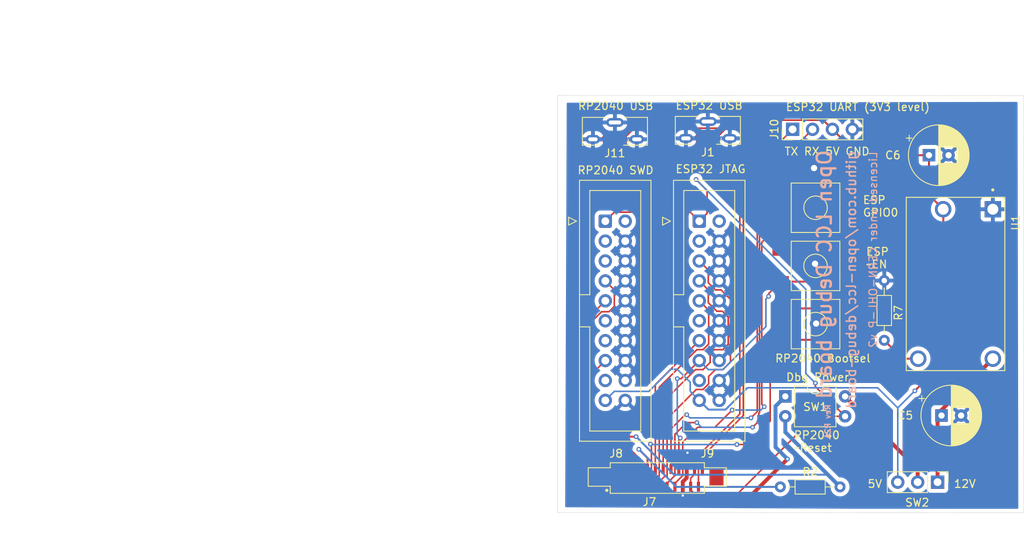
<source format=kicad_pcb>
(kicad_pcb (version 20221018) (generator pcbnew)
  (layers (0 "F.Cu" signal) (31 "B.Cu" signal) (34 "B.Paste" user) (35 "F.Paste" user) (36 "B.SilkS" user "B.Silkscreen") (37 "F.SilkS" user "F.Silkscreen") (38 "B.Mask" user) (39 "F.Mask" user) (44 "Edge.Cuts" user))
  (net 0 "")
  (net 1 "5V_DB")
  (net 2 "GND2")
  (net 3 "12V_OUT")
  (net 4 "RP2040_USB_DB_DN")
  (net 5 "RP2040_BOOTSEL_DB")
  (net 6 "RP2040_SWCLK_DB")
  (net 7 "RP2040_SWD_DB")
  (net 8 "RP2040_RESETn_DB")
  (net 9 "ESP32_TCK_DB")
  (net 10 "ESP32_TDO_DB")
  (net 11 "ESP32_TDI_DB")
  (net 12 "ESP32_TMS_DB")
  (net 13 "ESP32_RXD0_DB")
  (net 14 "ESP32_TXD0_DB")
  (net 15 "ESP32_GPIO0_DB")
  (net 16 "ESP32_EN_DB")
  (net 17 "3V3_DB")
  (net 26 "Net-(U1-Vo_Adj)")
  (net 27 "ESP32_USB_DN")
  (net 28 "ESP32_USB_DP")
  (net 30 "RP2040_USB_DB_DP")
  (net 34 "3V3_OLED_SAFE")
  (net 35 "VIN")
  (net 36 "Net-(J7-Pin_10)")
  (net 37 "Net-(SW2-B)")
  (footprint "Package_DIP:DIP-4_W7.62mm" (layer "F.Cu") (at 106.78 61.26)
    (fp_text reference "SW1" (at 3.81 1.34) (layer "F.SilkS"))
    (fp_text value "SW_DIP_x02")
    (pad "1" thru_hole rect (at 0 0) (size 1.6 1.6) (drill 0.8) (layers "*.Cu" "*.Mask") (net 35 "VIN"))
    (pad "2" thru_hole oval (at 0 2.54) (size 1.6 1.6) (drill 0.8) (layers "*.Cu" "*.Mask") (net 8 "RP2040_RESETn_DB"))
    (pad "3" thru_hole oval (at 7.62 2.54) (size 1.6 1.6) (drill 0.8) (layers "*.Cu" "*.Mask") (net 17 "3V3_DB"))
    (pad "4" thru_hole oval (at 7.62 0) (size 1.6 1.6) (drill 0.8) (layers "*.Cu" "*.Mask") (net 37 "Net-(SW2-B)"))
  )
  (footprint "Connector_PinHeader_2.54mm:PinHeader_1x03_P2.54mm_Vertical" (layer "F.Cu") (at 126.2 72.2 -90)
    (fp_text reference "SW2" (at 2.6 2.6 -180) (layer "F.SilkS"))
    (fp_text value "SW_SPDT")
    (pad "1" thru_hole rect (at 0 0 270) (size 1.7 1.7) (drill 1) (layers "*.Cu" "*.Mask") (net 3 "12V_OUT"))
    (pad "2" thru_hole oval (at 0 2.54 270) (size 1.7 1.7) (drill 1) (layers "*.Cu" "*.Mask") (net 37 "Net-(SW2-B)"))
    (pad "3" thru_hole oval (at 0 5.08 270) (size 1.7 1.7) (drill 1) (layers "*.Cu" "*.Mask") (net 1 "5V_DB"))
  )
  (footprint "Connector_USB:USB_Micro-B_Molex-105133-0001" (layer "F.Cu") (at 85.045 27.395 180)
    (fp_text reference "J11" (at 0 -2.85) (layer "F.SilkS"))
    (fp_text value "USB_B_Micro")
    (pad "1" smd rect (at -1.3 -0.825 180) (size 0.45 1.5) (layers "F.Cu" "F.Paste" "F.Mask") (net 1 "5V_DB"))
    (pad "2" smd rect (at -0.65 -0.825 180) (size 0.45 1.5) (layers "F.Cu" "F.Paste" "F.Mask") (net 4 "RP2040_USB_DB_DN"))
    (pad "3" smd rect (at 0 -0.825 180) (size 0.45 1.5) (layers "F.Cu" "F.Paste" "F.Mask") (net 30 "RP2040_USB_DB_DP"))
    (pad "4" smd rect (at 0.65 -0.825 180) (size 0.45 1.5) (layers "F.Cu" "F.Paste" "F.Mask"))
    (pad "5" smd rect (at 1.3 -0.825 180) (size 0.45 1.5) (layers "F.Cu" "F.Paste" "F.Mask") (net 2 "GND2"))
    (pad "6" thru_hole oval (at -2.8 -1.075 180) (size 1.8 1.1) (drill oval 1.2 0.5) (layers "*.Cu" "*.Mask") (net 2 "GND2"))
    (pad "6" thru_hole oval (at 0 1.075 180) (size 2.2 1.1) (drill oval 1.6 0.5) (layers "*.Cu" "*.Mask") (net 2 "GND2"))
    (pad "6" thru_hole oval (at 2.8 -1.075 180) (size 1.8 1.1) (drill oval 1.2 0.5) (layers "*.Cu" "*.Mask") (net 2 "GND2"))
  )
  (footprint "PTN04050CAD:CONV_PTN04050CAD" (layer "F.Cu") (at 128.49 46.92 -90)
    (fp_text reference "U1" (at -7.825 -7.675 -90) (layer "F.SilkS"))
    (fp_text value "PTN04050C")
    (pad "1" thru_hole rect (at -9.53 -4.76 270) (size 2.1 2.1) (drill 1.4) (layers "*.Cu" "*.Mask") (net 2 "GND2"))
    (pad "2" thru_hole circle (at -9.53 1.58 270) (size 2.1 2.1) (drill 1.4) (layers "*.Cu" "*.Mask") (net 1 "5V_DB"))
    (pad "3" thru_hole circle (at 9.53 4.76 270) (size 2.1 2.1) (drill 1.4) (layers "*.Cu" "*.Mask") (net 26 "Net-(U1-Vo_Adj)"))
    (pad "4" thru_hole circle (at 9.53 -4.76 270) (size 2.1 2.1) (drill 1.4) (layers "*.Cu" "*.Mask") (net 3 "12V_OUT"))
  )
  (footprint "Connector_USB:USB_Micro-B_Molex-105133-0001" (layer "F.Cu") (at 96.9 27.275 180)
    (fp_text reference "J1" (at 0 -2.85) (layer "F.SilkS"))
    (fp_text value "USB_B_Micro")
    (pad "1" smd rect (at -1.3 -0.825 180) (size 0.45 1.5) (layers "F.Cu" "F.Paste" "F.Mask") (net 1 "5V_DB"))
    (pad "2" smd rect (at -0.65 -0.825 180) (size 0.45 1.5) (layers "F.Cu" "F.Paste" "F.Mask") (net 27 "ESP32_USB_DN"))
    (pad "3" smd rect (at 0 -0.825 180) (size 0.45 1.5) (layers "F.Cu" "F.Paste" "F.Mask") (net 28 "ESP32_USB_DP"))
    (pad "4" smd rect (at 0.65 -0.825 180) (size 0.45 1.5) (layers "F.Cu" "F.Paste" "F.Mask"))
    (pad "5" smd rect (at 1.3 -0.825 180) (size 0.45 1.5) (layers "F.Cu" "F.Paste" "F.Mask") (net 2 "GND2"))
    (pad "6" thru_hole oval (at -2.8 -1.075 180) (size 1.8 1.1) (drill oval 1.2 0.5) (layers "*.Cu" "*.Mask") (net 2 "GND2"))
    (pad "6" thru_hole oval (at 0 1.075 180) (size 2.2 1.1) (drill oval 1.6 0.5) (layers "*.Cu" "*.Mask") (net 2 "GND2"))
    (pad "6" thru_hole oval (at 2.8 -1.075 180) (size 1.8 1.1) (drill oval 1.2 0.5) (layers "*.Cu" "*.Mask") (net 2 "GND2"))
  )
  (footprint "Connector_PinHeader_2.54mm:PinHeader_1x04_P2.54mm_Vertical" (layer "F.Cu") (at 107.71 27.2 90)
    (fp_text reference "J10" (at 0 -2.33 90) (layer "F.SilkS"))
    (fp_text value "Conn_01x04_Pin")
    (pad "1" thru_hole rect (at 0 0 90) (size 1.7 1.7) (drill 1) (layers "*.Cu" "*.Mask") (net 14 "ESP32_TXD0_DB"))
    (pad "2" thru_hole oval (at 0 2.54 90) (size 1.7 1.7) (drill 1) (layers "*.Cu" "*.Mask") (net 13 "ESP32_RXD0_DB"))
    (pad "3" thru_hole oval (at 0 5.08 90) (size 1.7 1.7) (drill 1) (layers "*.Cu" "*.Mask") (net 1 "5V_DB"))
    (pad "4" thru_hole oval (at 0 7.62 90) (size 1.7 1.7) (drill 1) (layers "*.Cu" "*.Mask") (net 2 "GND2"))
  )
  (footprint "Capacitor_THT:CP_Radial_D7.5mm_P2.50mm" (layer "F.Cu") (at 126.7 63.7)
    (fp_text reference "C5" (at -4.612 0) (layer "F.SilkS"))
    (fp_text value "100 uF")
    (pad "1" thru_hole rect (at 0 0) (size 1.6 1.6) (drill 0.8) (layers "*.Cu" "*.Mask") (net 3 "12V_OUT"))
    (pad "2" thru_hole circle (at 2.5 0) (size 1.6 1.6) (drill 0.8) (layers "*.Cu" "*.Mask") (net 2 "GND2"))
  )
  (footprint "SW_Push_ADTSMW65:ADTSMW65" (layer "F.Cu") (at 110.635 44.62)
    (fp_text reference "SW4" hide)
    (fp_text value "SW_Push")
    (pad "1" smd rect (at -4.45 -2) (size 2.1 1.4) (layers "F.Cu" "F.Paste" "F.Mask") (net 2 "GND2"))
    (pad "1" smd rect (at 4.45 -2) (size 2.1 1.4) (layers "F.Cu" "F.Paste" "F.Mask") (net 2 "GND2"))
    (pad "2" smd rect (at -4.45 2) (size 2.1 1.4) (layers "F.Cu" "F.Paste" "F.Mask") (net 16 "ESP32_EN_DB"))
    (pad "2" smd rect (at 4.45 2) (size 2.1 1.4) (layers "F.Cu" "F.Paste" "F.Mask") (net 16 "ESP32_EN_DB"))
  )
  (footprint "SW_Push_ADTSMW65:ADTSMW65" (layer "F.Cu") (at 110.635 52.04)
    (fp_text reference "SW5" hide)
    (fp_text value "SW_Push")
    (pad "1" smd rect (at -4.45 -2) (size 2.1 1.4) (layers "F.Cu" "F.Paste" "F.Mask") (net 2 "GND2"))
    (pad "1" smd rect (at 4.45 -2) (size 2.1 1.4) (layers "F.Cu" "F.Paste" "F.Mask") (net 2 "GND2"))
    (pad "2" smd rect (at -4.45 2) (size 2.1 1.4) (layers "F.Cu" "F.Paste" "F.Mask") (net 5 "RP2040_BOOTSEL_DB"))
    (pad "2" smd rect (at 4.45 2) (size 2.1 1.4) (layers "F.Cu" "F.Paste" "F.Mask") (net 5 "RP2040_BOOTSEL_DB"))
  )
  (footprint "Capacitor_THT:CP_Radial_D7.5mm_P2.50mm" (layer "F.Cu") (at 125.1 30.5)
    (fp_text reference "C6" (at -4.6 0) (layer "F.SilkS"))
    (fp_text value "100 uF")
    (pad "1" thru_hole rect (at 0 0) (size 1.6 1.6) (drill 0.8) (layers "*.Cu" "*.Mask") (net 1 "5V_DB"))
    (pad "2" thru_hole circle (at 2.5 0) (size 1.6 1.6) (drill 0.8) (layers "*.Cu" "*.Mask") (net 2 "GND2"))
  )
  (footprint "Resistor_THT:R_Axial_DIN0204_L3.6mm_D1.6mm_P7.62mm_Horizontal" (layer "F.Cu") (at 119.4 54.11 90)
    (fp_text reference "R7" (at 3.51 1.8 90) (layer "F.SilkS"))
    (fp_text value "1K33, 0.01W, 1%")
    (pad "1" thru_hole circle (at 0 0 90) (size 1.4 1.4) (drill 0.7) (layers "*.Cu" "*.Mask") (net 26 "Net-(U1-Vo_Adj)"))
    (pad "2" thru_hole oval (at 7.62 0 90) (size 1.4 1.4) (drill 0.7) (layers "*.Cu" "*.Mask") (net 2 "GND2"))
  )
  (footprint "Connector_IDC:IDC-Header_2x10_P2.54mm_Vertical" (layer "F.Cu") (at 83.82 38.91)
    (fp_text reference "J8" (at 1.38 29.64) (layer "F.SilkS"))
    (fp_text value "J-Link RP2040")
    (pad "1" thru_hole roundrect (at 0 0) (size 1.7 1.7) (drill 1) (layers "*.Cu" "*.Mask") (roundrect_rratio 0.1470588235) (net 17 "3V3_DB"))
    (pad "2" thru_hole circle (at 2.54 0) (size 1.7 1.7) (drill 1) (layers "*.Cu" "*.Mask"))
    (pad "3" thru_hole circle (at 0 2.54) (size 1.7 1.7) (drill 1) (layers "*.Cu" "*.Mask"))
    (pad "4" thru_hole circle (at 2.54 2.54) (size 1.7 1.7) (drill 1) (layers "*.Cu" "*.Mask") (net 2 "GND2"))
    (pad "5" thru_hole circle (at 0 5.08) (size 1.7 1.7) (drill 1) (layers "*.Cu" "*.Mask"))
    (pad "6" thru_hole circle (at 2.54 5.08) (size 1.7 1.7) (drill 1) (layers "*.Cu" "*.Mask") (net 2 "GND2"))
    (pad "7" thru_hole circle (at 0 7.62) (size 1.7 1.7) (drill 1) (layers "*.Cu" "*.Mask") (net 7 "RP2040_SWD_DB"))
    (pad "8" thru_hole circle (at 2.54 7.62) (size 1.7 1.7) (drill 1) (layers "*.Cu" "*.Mask") (net 2 "GND2"))
    (pad "9" thru_hole circle (at 0 10.16) (size 1.7 1.7) (drill 1) (layers "*.Cu" "*.Mask") (net 6 "RP2040_SWCLK_DB"))
    (pad "10" thru_hole circle (at 2.54 10.16) (size 1.7 1.7) (drill 1) (layers "*.Cu" "*.Mask") (net 2 "GND2"))
    (pad "11" thru_hole circle (at 0 12.7) (size 1.7 1.7) (drill 1) (layers "*.Cu" "*.Mask"))
    (pad "12" thru_hole circle (at 2.54 12.7) (size 1.7 1.7) (drill 1) (layers "*.Cu" "*.Mask") (net 2 "GND2"))
    (pad "13" thru_hole circle (at 0 15.24) (size 1.7 1.7) (drill 1) (layers "*.Cu" "*.Mask"))
    (pad "14" thru_hole circle (at 2.54 15.24) (size 1.7 1.7) (drill 1) (layers "*.Cu" "*.Mask") (net 2 "GND2"))
    (pad "15" thru_hole circle (at 0 17.78) (size 1.7 1.7) (drill 1) (layers "*.Cu" "*.Mask") (net 8 "RP2040_RESETn_DB"))
    (pad "16" thru_hole circle (at 2.54 17.78) (size 1.7 1.7) (drill 1) (layers "*.Cu" "*.Mask") (net 2 "GND2"))
    (pad "17" thru_hole circle (at 0 20.32) (size 1.7 1.7) (drill 1) (layers "*.Cu" "*.Mask"))
    (pad "18" thru_hole circle (at 2.54 20.32) (size 1.7 1.7) (drill 1) (layers "*.Cu" "*.Mask") (net 2 "GND2"))
    (pad "19" thru_hole circle (at 0 22.86) (size 1.7 1.7) (drill 1) (layers "*.Cu" "*.Mask") (net 1 "5V_DB"))
    (pad "20" thru_hole circle (at 2.54 22.86) (size 1.7 1.7) (drill 1) (layers "*.Cu" "*.Mask") (net 2 "GND2"))
  )
  (footprint "Resistor_THT:R_Axial_DIN0204_L3.6mm_D1.6mm_P7.62mm_Horizontal" (layer "F.Cu") (at 106.14 72.8)
    (fp_text reference "R2" (at 3.81 -1.92) (layer "F.SilkS"))
    (fp_text value "680R")
    (pad "1" thru_hole circle (at 0 0) (size 1.4 1.4) (drill 0.7) (layers "*.Cu" "*.Mask") (net 36 "Net-(J7-Pin_10)"))
    (pad "2" thru_hole oval (at 7.62 0) (size 1.4 1.4) (drill 0.7) (layers "*.Cu" "*.Mask") (net 8 "RP2040_RESETn_DB"))
  )
  (footprint "SW_Push_ADTSMW65:ADTSMW65" (layer "F.Cu") (at 110.635 37.2)
    (fp_text reference "SW3" hide)
    (fp_text value "SW_Push")
    (pad "1" smd rect (at -4.45 -2) (size 2.1 1.4) (layers "F.Cu" "F.Paste" "F.Mask") (net 2 "GND2"))
    (pad "1" smd rect (at 4.45 -2) (size 2.1 1.4) (layers "F.Cu" "F.Paste" "F.Mask") (net 2 "GND2"))
    (pad "2" smd rect (at -4.45 2) (size 2.1 1.4) (layers "F.Cu" "F.Paste" "F.Mask") (net 15 "ESP32_GPIO0_DB"))
    (pad "2" smd rect (at 4.45 2) (size 2.1 1.4) (layers "F.Cu" "F.Paste" "F.Mask") (net 15 "ESP32_GPIO0_DB"))
  )
  (footprint "2N7002:FPC_24" (layer "F.Cu") (at 90.45 71.675)
    (fp_text reference "J7" (at -1 3.05) (layer "F.SilkS"))
    (fp_text value "F0503-ZV-24-20T-R")
    (pad "0" smd rect (at -7.55 -0.075) (size 1.8 2) (layers "F.Cu" "F.Paste" "F.Mask"))
    (pad "0" smd rect (at 7.55 -0.075) (size 1.8 2) (layers "F.Cu" "F.Paste" "F.Mask"))
    (pad "1" smd rect (at -5.75 1.1) (size 0.4 1.25) (layers "F.Cu" "F.Paste" "F.Mask") (net 30 "RP2040_USB_DB_DP"))
    (pad "2" smd rect (at -5.25 -1.15) (size 0.4 1.25) (layers "F.Cu" "F.Paste" "F.Mask") (net 4 "RP2040_USB_DB_DN"))
    (pad "3" smd rect (at -4.75 1.1) (size 0.4 1.25) (layers "F.Cu" "F.Paste" "F.Mask") (net 35 "VIN"))
    (pad "4" smd rect (at -4.25 -1.15) (size 0.4 1.25) (layers "F.Cu" "F.Paste" "F.Mask") (net 35 "VIN"))
    (pad "5" smd rect (at -3.75 1.1) (size 0.4 1.25) (layers "F.Cu" "F.Paste" "F.Mask") (net 2 "GND2"))
    (pad "6" smd rect (at -3.25 -1.15) (size 0.4 1.25) (layers "F.Cu" "F.Paste" "F.Mask") (net 34 "3V3_OLED_SAFE"))
    (pad "7" smd rect (at -2.75 1.1) (size 0.4 1.25) (layers "F.Cu" "F.Paste" "F.Mask") (net 5 "RP2040_BOOTSEL_DB"))
    (pad "8" smd rect (at -2.25 -1.15) (size 0.4 1.25) (layers "F.Cu" "F.Paste" "F.Mask") (net 6 "RP2040_SWCLK_DB"))
    (pad "9" smd rect (at -1.75 1.1) (size 0.4 1.25) (layers "F.Cu" "F.Paste" "F.Mask") (net 7 "RP2040_SWD_DB"))
    (pad "10" smd rect (at -1.25 -1.15) (size 0.4 1.25) (layers "F.Cu" "F.Paste" "F.Mask") (net 36 "Net-(J7-Pin_10)"))
    (pad "11" smd rect (at -0.75 1.1) (size 0.4 1.25) (layers "F.Cu" "F.Paste" "F.Mask") (net 9 "ESP32_TCK_DB"))
    (pad "12" smd rect (at -0.25 -1.15) (size 0.4 1.25) (layers "F.Cu" "F.Paste" "F.Mask") (net 10 "ESP32_TDO_DB"))
    (pad "13" smd rect (at 0.25 1.1) (size 0.4 1.25) (layers "F.Cu" "F.Paste" "F.Mask") (net 11 "ESP32_TDI_DB"))
    (pad "14" smd rect (at 0.75 -1.15) (size 0.4 1.25) (layers "F.Cu" "F.Paste" "F.Mask") (net 12 "ESP32_TMS_DB"))
    (pad "15" smd rect (at 1.25 1.1) (size 0.4 1.25) (layers "F.Cu" "F.Paste" "F.Mask") (net 13 "ESP32_RXD0_DB"))
    (pad "16" smd rect (at 1.75 -1.15) (size 0.4 1.25) (layers "F.Cu" "F.Paste" "F.Mask") (net 14 "ESP32_TXD0_DB"))
    (pad "17" smd rect (at 2.25 1.1) (size 0.4 1.25) (layers "F.Cu" "F.Paste" "F.Mask") (net 15 "ESP32_GPIO0_DB"))
    (pad "18" smd rect (at 2.75 -1.15) (size 0.4 1.25) (layers "F.Cu" "F.Paste" "F.Mask") (net 16 "ESP32_EN_DB"))
    (pad "19" smd rect (at 3.25 1.1) (size 0.4 1.25) (layers "F.Cu" "F.Paste" "F.Mask") (net 2 "GND2"))
    (pad "20" smd rect (at 3.75 -1.15) (size 0.4 1.25) (layers "F.Cu" "F.Paste" "F.Mask") (net 2 "GND2"))
    (pad "21" smd rect (at 4.25 1.1) (size 0.4 1.25) (layers "F.Cu" "F.Paste" "F.Mask") (net 17 "3V3_DB"))
    (pad "22" smd rect (at 4.75 -1.15) (size 0.4 1.25) (layers "F.Cu" "F.Paste" "F.Mask") (net 17 "3V3_DB"))
    (pad "23" smd rect (at 5.25 1.1) (size 0.4 1.25) (layers "F.Cu" "F.Paste" "F.Mask") (net 28 "ESP32_USB_DP"))
    (pad "24" smd rect (at 5.75 -1.15) (size 0.4 1.25) (layers "F.Cu" "F.Paste" "F.Mask") (net 27 "ESP32_USB_DN"))
  )
  (footprint "Connector_IDC:IDC-Header_2x10_P2.54mm_Vertical" (layer "F.Cu") (at 95.805 38.91)
    (fp_text reference "J9" (at 1.045 29.64) (layer "F.SilkS"))
    (fp_text value "J-Link ESP32-S3")
    (pad "1" thru_hole roundrect (at 0 0) (size 1.7 1.7) (drill 1) (layers "*.Cu" "*.Mask") (roundrect_rratio 0.1470588235) (net 17 "3V3_DB"))
    (pad "2" thru_hole circle (at 2.54 0) (size 1.7 1.7) (drill 1) (layers "*.Cu" "*.Mask"))
    (pad "3" thru_hole circle (at 0 2.54) (size 1.7 1.7) (drill 1) (layers "*.Cu" "*.Mask"))
    (pad "4" thru_hole circle (at 2.54 2.54) (size 1.7 1.7) (drill 1) (layers "*.Cu" "*.Mask") (net 2 "GND2"))
    (pad "5" thru_hole circle (at 0 5.08) (size 1.7 1.7) (drill 1) (layers "*.Cu" "*.Mask") (net 11 "ESP32_TDI_DB"))
    (pad "6" thru_hole circle (at 2.54 5.08) (size 1.7 1.7) (drill 1) (layers "*.Cu" "*.Mask") (net 2 "GND2"))
    (pad "7" thru_hole circle (at 0 7.62) (size 1.7 1.7) (drill 1) (layers "*.Cu" "*.Mask") (net 12 "ESP32_TMS_DB"))
    (pad "8" thru_hole circle (at 2.54 7.62) (size 1.7 1.7) (drill 1) (layers "*.Cu" "*.Mask") (net 2 "GND2"))
    (pad "9" thru_hole circle (at 0 10.16) (size 1.7 1.7) (drill 1) (layers "*.Cu" "*.Mask") (net 9 "ESP32_TCK_DB"))
    (pad "10" thru_hole circle (at 2.54 10.16) (size 1.7 1.7) (drill 1) (layers "*.Cu" "*.Mask") (net 2 "GND2"))
    (pad "11" thru_hole circle (at 0 12.7) (size 1.7 1.7) (drill 1) (layers "*.Cu" "*.Mask"))
    (pad "12" thru_hole circle (at 2.54 12.7) (size 1.7 1.7) (drill 1) (layers "*.Cu" "*.Mask") (net 2 "GND2"))
    (pad "13" thru_hole circle (at 0 15.24) (size 1.7 1.7) (drill 1) (layers "*.Cu" "*.Mask") (net 10 "ESP32_TDO_DB"))
    (pad "14" thru_hole circle (at 2.54 15.24) (size 1.7 1.7) (drill 1) (layers "*.Cu" "*.Mask") (net 2 "GND2"))
    (pad "15" thru_hole circle (at 0 17.78) (size 1.7 1.7) (drill 1) (layers "*.Cu" "*.Mask") (net 16 "ESP32_EN_DB"))
    (pad "16" thru_hole circle (at 2.54 17.78) (size 1.7 1.7) (drill 1) (layers "*.Cu" "*.Mask") (net 2 "GND2"))
    (pad "17" thru_hole circle (at 0 20.32) (size 1.7 1.7) (drill 1) (layers "*.Cu" "*.Mask"))
    (pad "18" thru_hole circle (at 2.54 20.32) (size 1.7 1.7) (drill 1) (layers "*.Cu" "*.Mask") (net 2 "GND2"))
    (pad "19" thru_hole circle (at 0 22.86) (size 1.7 1.7) (drill 1) (layers "*.Cu" "*.Mask") (net 1 "5V_DB"))
    (pad "20" thru_hole circle (at 2.54 22.86) (size 1.7 1.7) (drill 1) (layers "*.Cu" "*.Mask") (net 2 "GND2"))
  )
  (gr_line (start 137.2 22.9) (end 137.2 24) (stroke (width 0.05)) (layer "Edge.Cuts"))
  (gr_line (start 77.743342 37.219379) (end 77.75 22.86) (stroke (width 0.05)) (layer "Edge.Cuts"))
  (gr_line (start 77.75 22.86) (end 137.2 22.9) (stroke (width 0.05)) (layer "Edge.Cuts"))
  (gr_line (start 77.743342 37.219379) (end 77.75 46) (stroke (width 0.05)) (layer "Edge.Cuts"))
  (gr_line (start 77.750687 61.763444) (end 77.75 76.08) (stroke (width 0.05)) (layer "Edge.Cuts"))
  (gr_line (start 137.2 76.1) (end 137.2 24) (stroke (width 0.05)) (layer "Edge.Cuts"))
  (gr_line (start 77.733342 54.43938) (end 77.750687 61.763444) (stroke (width 0.05)) (layer "Edge.Cuts"))
  (gr_line (start 77.733342 54.43938) (end 77.75 46) (stroke (width 0.05)) (layer "Edge.Cuts"))
  (gr_line (start 77.75 76.08) (end 137.2 76.1) (stroke (width 0.05)) (layer "Edge.Cuts"))
  (gr_text "github.com/open-lcc/debug-board" (at 115.189 46.4 90) (layer "B.SilkS") (effects (font (size 1.2 1.2) (thickness 0.2)) (justify mirror)))
  (gr_text "Open LCC Debug board" (at 111.76 45.72 90) (layer "B.SilkS") (effects (font (size 1.8 1.8) (thickness 0.3)) (justify mirror)))
  (gr_text "Rev R2A" (at 112.6 62.2 90) (layer "B.SilkS") (effects (font (size 0.7 0.7) (thickness 0.15) bold) (justify left bottom mirror)))
  (gr_text "Licensed under CERN-OHL-P v2" (at 117.983 42.545 90) (layer "B.SilkS") (effects (font (size 1 1)) (justify mirror)))
  (gr_text "ESP32 USB" (at 92.7 24.75) (layer "F.SilkS") (effects (font (size 1 1)) (justify left bottom)))
  (gr_text "ESP32 UART (3V3 level)" (at 106.765 24.93) (layer "F.SilkS") (effects (font (size 1 1)) (justify left bottom)))
  (gr_text "ESP\nGPIO0" (at 116.6 38.4) (layer "F.SilkS") (effects (font (size 1 1)) (justify left bottom)))
  (gr_text "RP2040 USB" (at 80.25 24.8) (layer "F.SilkS") (effects (font (size 1 1)) (justify left bottom)))
  (gr_text "ESP\n~EN" (at 117 45) (layer "F.SilkS") (effects (font (size 1 1)) (justify left bottom)))
  (gr_text "12V" (at 128.2 73) (layer "F.SilkS") (effects (font (size 1 1)) (justify left bottom)))
  (gr_text "TX RX 5V GND" (at 106.6 30.6) (layer "F.SilkS") (effects (font (size 1 1)) (justify left bottom)))
  (gr_text "RP2040 SWD" (at 80.2 33) (layer "F.SilkS") (effects (font (size 1 1)) (justify left bottom)))
  (gr_text "Dbg Power" (at 106.8 59.4) (layer "F.SilkS") (effects (font (size 1 1)) (justify left bottom)))
  (gr_text "ESP32 JTAG" (at 92.7 32.85) (layer "F.SilkS") (effects (font (size 1 1)) (justify left bottom)))
  (gr_text "5V" (at 117.2 73) (layer "F.SilkS") (effects (font (size 1 1)) (justify left bottom)))
  (gr_text "RP2040\n~Reset" (at 107.8 68.4) (layer "F.SilkS") (effects (font (size 1 1)) (justify left bottom)))
  (gr_text "RP2040 Bootsel" (at 105.4 57) (layer "F.SilkS") (effects (font (size 1 1)) (justify left bottom)))
  (segment (start 87.515 27.05) (end 98.1 27.05) (width 0.2) (layer "F.Cu") (net 1))
  (segment (start 126.35 42.809) (end 126.35 57.5) (width 0.25) (layer "F.Cu") (net 1))
  (segment (start 125.1 35.565) (end 126.934 37.399) (width 0.25) (layer "F.Cu") (net 1))
  (segment (start 126.35 57.5) (end 123.299277 60.550723) (width 0.25) (layer "F.Cu") (net 1))
  (segment (start 116.09 30.5) (end 112.79 27.2) (width 0.25) (layer "F.Cu") (net 1))
  (segment (start 100.275 26.025) (end 98.2 28.1) (width 0.2) (layer "F.Cu") (net 1))
  (segment (start 98.1 27.05) (end 98.2 27.15) (width 0.2) (layer "F.Cu") (net 1))
  (segment (start 125.1 30.5) (end 125.1 35.565) (width 0.25) (layer "F.Cu") (net 1))
  (segment (start 125.1 30.5) (end 116.09 30.5) (width 0.25) (layer "F.Cu") (net 1))
  (segment (start 126.934 42.225) (end 126.35 42.809) (width 0.25) (layer "F.Cu") (net 1))
  (segment (start 98.2 27.15) (end 98.2 28.1) (width 0.2) (layer "F.Cu") (net 1))
  (segment (start 111.615 26.025) (end 100.275 26.025) (width 0.2) (layer "F.Cu") (net 1))
  (segment (start 112.79 27.2) (end 111.615 26.025) (width 0.25) (layer "F.Cu") (net 1))
  (segment (start 126.934 37.399) (end 126.934 42.225) (width 0.25) (layer "F.Cu") (net 1))
  (segment (start 86.345 28.22) (end 87.515 27.05) (width 0.2) (layer "F.Cu") (net 1))
  (via (at 123.299277 60.550723) (size 0.6) (drill 0.3) (layers "F.Cu" "B.Cu") (net 1))
  (segment (start 101.94 60.16) (end 118.55 60.16) (width 0.2) (layer "B.Cu") (net 1))
  (segment (start 95.805 61.77) (end 94.655 60.62) (width 0.2) (layer "B.Cu") (net 1))
  (segment (start 89.38 60.62) (end 84.97 60.62) (width 0.2) (layer "B.Cu") (net 1))
  (segment (start 96.98 62.945) (end 99.155 62.945) (width 0.25) (layer "B.Cu") (net 1))
  (segment (start 94.655 60.62) (end 94.655 59.455) (width 0.2) (layer "B.Cu") (net 1))
  (segment (start 93 57.8) (end 92.2 57.8) (width 0.2) (layer "B.Cu") (net 1))
  (segment (start 99.155 62.945) (end 101.84 60.26) (width 0.25) (layer "B.Cu") (net 1))
  (segment (start 121.12 72.2) (end 121.12 62.73) (width 0.2) (layer "B.Cu") (net 1))
  (segment (start 121.12 62.73) (end 123.299277 60.550723) (width 0.2) (layer "B.Cu") (net 1))
  (segment (start 94.655 59.455) (end 93 57.8) (width 0.2) (layer "B.Cu") (net 1))
  (segment (start 84.97 60.62) (end 83.82 61.77) (width 0.2) (layer "B.Cu") (net 1))
  (segment (start 92.2 57.8) (end 89.38 60.62) (width 0.2) (layer "B.Cu") (net 1))
  (segment (start 118.55 60.16) (end 121.12 62.73) (width 0.2) (layer "B.Cu") (net 1))
  (segment (start 95.805 61.77) (end 96.98 62.945) (width 0.25) (layer "B.Cu") (net 1))
  (segment (start 101.84 60.26) (end 101.94 60.16) (width 0.2) (layer "B.Cu") (net 1))
  (segment (start 93.4 74.2) (end 93.7 73.9) (width 0.5) (layer "F.Cu") (net 2))
  (segment (start 106.185 42.62) (end 115.085 42.62) (width 0.25) (layer "F.Cu") (net 2))
  (segment (start 106.185 35.2) (end 115.085 35.2) (width 0.25) (layer "F.Cu") (net 2))
  (segment (start 112.64 50.04) (end 110.71 51.97) (width 0.25) (layer "F.Cu") (net 2))
  (segment (start 112.29 42.62) (end 110.57 44.34) (width 0.25) (layer "F.Cu") (net 2))
  (segment (start 94.2 71.65) (end 94.2 70.525) (width 0.5) (layer "F.Cu") (net 2))
  (segment (start 86.7 72.775) (end 86.7 73.7) (width 0.5) (layer "F.Cu") (net 2))
  (segment (start 93.7 72.15) (end 94.2 71.65) (width 0.5) (layer "F.Cu") (net 2))
  (segment (start 93.7 73.9) (end 93.7 72.775) (width 0.5) (layer "F.Cu") (net 2))
  (segment (start 82.245 28.47) (end 83.47 28.47) (width 0.5) (layer "F.Cu") (net 2))
  (segment (start 94.1 28.35) (end 95.325 28.35) (width 0.5) (layer "F.Cu") (net 2))
  (segment (start 86.7 73.7) (end 87.2 74.2) (width 0.5) (layer "F.Cu") (net 2))
  (segment (start 95.325 28.35) (end 95.575 28.1) (width 0.5) (layer "F.Cu") (net 2))
  (segment (start 115.085 50.04) (end 106.185 50.04) (width 0.25) (layer "F.Cu") (net 2))
  (segment (start 83.47 28.47) (end 83.72 28.22) (width 0.5) (layer "F.Cu") (net 2))
  (segment (start 93.7 72.775) (end 93.7 72.15) (width 0.5) (layer "F.Cu") (net 2))
  (segment (start 94.2 70.525) (end 94.2 68.548919) (width 0.5) (layer "F.Cu") (net 2))
  (segment (start 87.2 74.2) (end 93.4 74.2) (width 0.5) (layer "F.Cu") (net 2))
  (segment (start 113.5 35.2) (end 110.44 32.14) (width 0.25) (layer "F.Cu") (net 2))
  (segment (start 94.2 68.548919) (end 94.3 68.448919) (width 0.5) (layer "F.Cu") (net 2))
  (via (at 110.71 51.97) (size 1.6) (drill 0.8) (layers "F.Cu" "B.Cu") (net 2))
  (via (at 93.7 73.9) (size 0.6) (drill 0.3) (layers "F.Cu" "B.Cu") (net 2))
  (via (at 110.57 44.34) (size 1.6) (drill 0.8) (layers "F.Cu" "B.Cu") (net 2))
  (via (at 110.44 32.14) (size 1.6) (drill 0.8) (layers "F.Cu" "B.Cu") (net 2))
  (via (at 94.3 68.448919) (size 0.6) (drill 0.3) (layers "F.Cu" "B.Cu") (net 2))
  (segment (start 126.2 72.2) (end 126.2 64.2) (width 0.5) (layer "F.Cu") (net 3))
  (segment (start 133.25 56.45) (end 126.7 63) (width 0.5) (layer "F.Cu") (net 3))
  (segment (start 126.7 63) (end 126.7 63.7) (width 0.5) (layer "F.Cu") (net 3))
  (segment (start 126.2 64.2) (end 126.7 63.7) (width 0.5) (layer "F.Cu") (net 3))
  (segment (start 80.425 45) (end 79.593412 45) (width 0.2) (layer "F.Cu") (net 4))
  (segment (start 79.587473 46.3) (end 79.975 46.3) (width 0.2) (layer "F.Cu") (net 4))
  (segment (start 79.593412 44.6) (end 79.818412 44.6) (width 0.2) (layer "F.Cu") (net 4))
  (segment (start 79.436824 44.843412) (end 79.436824 44.756588) (width 0.2) (layer "F.Cu") (net 4))
  (segment (start 80.806588 46.7) (end 80.581588 46.7) (width 0.2) (layer "F.Cu") (net 4))
  (segment (start 85.595 29.445001) (end 85.695 29.345001) (width 0.2) (layer "F.Cu") (net 4))
  (segment (start 79.424946 46.537473) (end 79.424946 46.462527) (width 0.2) (layer "F.Cu") (net 4))
  (segment (start 85.2 70.525) (end 85.018199 70.525) (width 0.2) (layer "F.Cu") (net 4))
  (segment (start 80.812527 45) (end 80.425 45) (width 0.2) (layer "F.Cu") (net 4))
  (segment (start 85.595 31.9232) (end 85.595 29.445001) (width 0.2) (layer "F.Cu") (net 4))
  (segment (start 80.425 65.931801) (end 80.425 48.2) (width 0.2) (layer "F.Cu") (net 4))
  (segment (start 80.581588 46.7) (end 79.587473 46.7) (width 0.2) (layer "F.Cu") (net 4))
  (segment (start 85.018199 70.525) (end 80.425 65.931801) (width 0.2) (layer "F.Cu") (net 4))
  (segment (start 80.425 37.0932) (end 85.595 31.9232) (width 0.2) (layer "F.Cu") (net 4))
  (segment (start 81.413176 47.436824) (end 81.413176 47.306588) (width 0.2) (layer "F.Cu") (net 4))
  (segment (start 80.425 43.95) (end 80.425 37.0932) (width 0.2) (layer "F.Cu") (net 4))
  (segment (start 85.695 29.345001) (end 85.695 28.22) (width 0.2) (layer "F.Cu") (net 4))
  (segment (start 80.581588 48.043412) (end 80.806588 48.043412) (width 0.2) (layer "F.Cu") (net 4))
  (segment (start 80.425 43.993412) (end 80.425 43.95) (width 0.2) (layer "F.Cu") (net 4))
  (segment (start 79.975 46.3) (end 80.812527 46.3) (width 0.2) (layer "F.Cu") (net 4))
  (segment (start 81.425054 45.687473) (end 81.425054 45.612527) (width 0.2) (layer "F.Cu") (net 4))
  (arc (start 79.424946 46.462527) (mid 79.472549 46.347603) (end 79.587473 46.3) (width 0.2) (layer "F.Cu") (net 4))
  (arc (start 80.425 48.2) (mid 80.470864 48.089276) (end 80.581588 48.043412) (width 0.2) (layer "F.Cu") (net 4))
  (arc (start 79.587473 46.7) (mid 79.472549 46.652397) (end 79.424946 46.537473) (width 0.2) (layer "F.Cu") (net 4))
  (arc (start 79.436824 44.756588) (mid 79.482688 44.645864) (end 79.593412 44.6) (width 0.2) (layer "F.Cu") (net 4))
  (arc (start 81.425054 45.612527) (mid 81.245649 45.179405) (end 80.812527 45) (width 0.2) (layer "F.Cu") (net 4))
  (arc (start 79.818412 44.6) (mid 80.247334 44.422334) (end 80.425 43.993412) (width 0.2) (layer "F.Cu") (net 4))
  (arc (start 79.593412 45) (mid 79.482688 44.954136) (end 79.436824 44.843412) (width 0.2) (layer "F.Cu") (net 4))
  (arc (start 81.413176 47.306588) (mid 81.23551 46.877666) (end 80.806588 46.7) (width 0.2) (layer "F.Cu") (net 4))
  (arc (start 80.812527 46.3) (mid 81.245649 46.120595) (end 81.425054 45.687473) (width 0.2) (layer "F.Cu") (net 4))
  (arc (start 80.806588 48.043412) (mid 81.23551 47.865746) (end 81.413176 47.436824) (width 0.2) (layer "F.Cu") (net 4))
  (segment (start 89.2 73.7) (end 89.2 71.95) (width 0.2) (layer "F.Cu") (net 5))
  (segment (start 89.2 71.95) (end 89.7 71.45) (width 0.2) (layer "F.Cu") (net 5))
  (segment (start 89.7 67.466116) (end 89.574235 67.340351) (width 0.2) (layer "F.Cu") (net 5))
  (segment (start 106.185 54.04) (end 115.085 54.04) (width 0.25) (layer "F.Cu") (net 5))
  (segment (start 87.7 73.2) (end 88.2 73.7) (width 0.2) (layer "F.Cu") (net 5))
  (segment (start 87.7 72.775) (end 87.7 73.2) (width 0.2) (layer "F.Cu") (net 5))
  (segment (start 89.7 71.45) (end 89.7 67.466116) (width 0.2) (layer "F.Cu") (net 5))
  (segment (start 101.845 67.4) (end 104.85 64.395) (width 0.2) (layer "F.Cu") (net 5))
  (segment (start 100.6 67.4) (end 101.845 67.4) (width 0.2) (layer "F.Cu") (net 5))
  (segment (start 104.85 55.375) (end 106.185 54.04) (width 0.2) (layer "F.Cu") (net 5))
  (segment (start 104.85 64.395) (end 104.85 55.375) (width 0.2) (layer "F.Cu") (net 5))
  (segment (start 88.2 73.7) (end 89.2 73.7) (width 0.2) (layer "F.Cu") (net 5))
  (via (at 89.574235 67.340351) (size 0.6) (drill 0.3) (layers "F.Cu" "B.Cu") (net 5))
  (via (at 100.6 67.4) (size 0.6) (drill 0.3) (layers "F.Cu" "B.Cu") (net 5))
  (segment (start 100.6 67.4) (end 89.633884 67.4) (width 0.2) (layer "B.Cu") (net 5))
  (segment (start 89.633884 67.4) (end 89.574235 67.340351) (width 0.2) (layer "B.Cu") (net 5))
  (segment (start 88.2 70.525) (end 88.2 70.1) (width 0.2) (layer "F.Cu") (net 6))
  (segment (start 81.3972 51.4928) (end 83.82 49.07) (width 0.2) (layer "F.Cu") (net 6))
  (segment (start 88.2 70.1) (end 81.3972 63.2972) (width 0.2) (layer "F.Cu") (net 6))
  (segment (start 81.3972 63.2972) (end 81.3972 51.4928) (width 0.2) (layer "F.Cu") (net 6))
  (segment (start 84.97 47.68) (end 84.97 49.786346) (width 0.2) (layer "F.Cu") (net 7))
  (segment (start 84.97 49.786346) (end 84.296346 50.46) (width 0.2) (layer "F.Cu") (net 7))
  (segment (start 84.296346 50.46) (end 83.343654 50.46) (width 0.2) (layer "F.Cu") (net 7))
  (segment (start 83.82 46.53) (end 84.97 47.68) (width 0.2) (layer "F.Cu") (net 7))
  (segment (start 88.7 69.708566) (end 88.7 72.775) (width 0.2) (layer "F.Cu") (net 7))
  (segment (start 83.343654 50.46) (end 81.6861 52.117554) (width 0.2) (layer "F.Cu") (net 7))
  (segment (start 81.6861 52.117554) (end 81.6861 62.694666) (width 0.2) (layer "F.Cu") (net 7))
  (segment (start 81.6861 62.694666) (end 88.7 69.708566) (width 0.2) (layer "F.Cu") (net 7))
  (segment (start 82 62.491434) (end 82 58) (width 0.2) (layer "F.Cu") (net 8))
  (segment (start 82 58) (end 82.51 58) (width 0.2) (layer "F.Cu") (net 8))
  (segment (start 87.75 66.4) (end 85.908566 66.4) (width 0.25) (layer "F.Cu") (net 8))
  (segment (start 82.51 58) (end 83.82 56.69) (width 0.2) (layer "F.Cu") (net 8))
  (segment (start 85.908566 66.4) (end 82 62.491434) (width 0.25) (layer "F.Cu") (net 8))
  (via (at 87.75 66.4) (size 0.6) (drill 0.3) (layers "F.Cu" "B.Cu") (net 8))
  (segment (start 113.76 72.8) (end 112.21 71.25) (width 0.25) (layer "B.Cu") (net 8))
  (segment (start 109.65 71.25) (end 92.6 71.25) (width 0.25) (layer "B.Cu") (net 8))
  (segment (start 92.6 71.25) (end 92.1 70.75) (width 0.25) (layer "B.Cu") (net 8))
  (segment (start 113.76 72.8) (end 106.78 65.82) (width 0.5) (layer "B.Cu") (net 8))
  (segment (start 92.1 70.75) (end 87.75 66.4) (width 0.25) (layer "B.Cu") (net 8))
  (segment (start 112.21 71.25) (end 109.65 71.25) (width 0.25) (layer "B.Cu") (net 8))
  (segment (start 106.78 65.82) (end 106.78 63.8) (width 0.5) (layer "B.Cu") (net 8))
  (segment (start 90.7 60.1) (end 95.5 55.3) (width 0.2) (layer "F.Cu") (net 9))
  (segment (start 97 50.265) (end 95.805 49.07) (width 0.2) (layer "F.Cu") (net 9))
  (segment (start 89.7 72.15) (end 90.4 71.45) (width 0.2) (layer "F.Cu") (net 9))
  (segment (start 97 54.581346) (end 97 50.265) (width 0.2) (layer "F.Cu") (net 9))
  (segment (start 90.7 71.45) (end 90.7 60.1) (width 0.2) (layer "F.Cu") (net 9))
  (segment (start 89.7 72.775) (end 89.7 72.15) (width 0.2) (layer "F.Cu") (net 9))
  (segment (start 95.5 55.3) (end 96.281346 55.3) (width 0.2) (layer "F.Cu") (net 9))
  (segment (start 96.281346 55.3) (end 97 54.581346) (width 0.2) (layer "F.Cu") (net 9))
  (segment (start 90.4 71.45) (end 90.7 71.45) (width 0.2) (layer "F.Cu") (net 9))
  (segment (start 90.2 59.755) (end 95.805 54.15) (width 0.2) (layer "F.Cu") (net 10))
  (segment (start 90.2 70.525) (end 90.2 59.755) (width 0.2) (layer "F.Cu") (net 10))
  (segment (start 98.581346 47.68) (end 97.868654 47.68) (width 0.2) (layer "F.Cu") (net 11))
  (segment (start 90.7 72.15) (end 91.4 71.45) (width 0.2) (layer "F.Cu") (net 11))
  (segment (start 98.821346 57.84) (end 99.7839 56.877446) (width 0.2) (layer "F.Cu") (net 11))
  (segment (start 91.7 71.45) (end 91.7 64.1) (width 0.2) (layer "F.Cu") (net 11))
  (segment (start 96.955 45.14) (end 95.805 43.99) (width 0.2) (layer "F.Cu") (net 11))
  (segment (start 99.7839 48.882554) (end 98.581346 47.68) (width 0.2) (layer "F.Cu") (net 11))
  (segment (start 97.868654 47.68) (end 96.955 46.766346) (width 0.2) (layer "F.Cu") (net 11))
  (segment (start 97.868654 57.84) (end 98.821346 57.84) (width 0.2) (layer "F.Cu") (net 11))
  (segment (start 91.7 64.1) (end 95.42 60.38) (width 0.2) (layer "F.Cu") (net 11))
  (segment (start 90.7 72.775) (end 90.7 72.15) (width 0.2) (layer "F.Cu") (net 11))
  (segment (start 97 58.708654) (end 97.868654 57.84) (width 0.2) (layer "F.Cu") (net 11))
  (segment (start 96.281346 60.38) (end 97 59.661346) (width 0.2) (layer "F.Cu") (net 11))
  (segment (start 97 59.661346) (end 97 58.708654) (width 0.2) (layer "F.Cu") (net 11))
  (segment (start 99.7839 56.877446) (end 99.7839 48.882554) (width 0.2) (layer "F.Cu") (net 11))
  (segment (start 95.42 60.38) (end 96.281346 60.38) (width 0.2) (layer "F.Cu") (net 11))
  (segment (start 96.955 46.766346) (end 96.955 45.14) (width 0.2) (layer "F.Cu") (net 11))
  (segment (start 91.4 71.45) (end 91.7 71.45) (width 0.2) (layer "F.Cu") (net 11))
  (segment (start 95.328654 57.84) (end 96.281346 57.84) (width 0.2) (layer "F.Cu") (net 12))
  (segment (start 97.195 55.605) (end 97.5 55.3) (width 0.2) (layer "F.Cu") (net 12))
  (segment (start 98.048654 50.4) (end 96.955 49.306346) (width 0.2) (layer "F.Cu") (net 12))
  (segment (start 96.955 49.306346) (end 96.955 47.68) (width 0.2) (layer "F.Cu") (net 12))
  (segment (start 98.821346 55.3) (end 99.495 54.626346) (width 0.2) (layer "F.Cu") (net 12))
  (segment (start 99.495 51.133654) (end 98.761346 50.4) (width 0.2) (layer "F.Cu") (net 12))
  (segment (start 97.195 56.926346) (end 97.195 55.605) (width 0.2) (layer "F.Cu") (net 12))
  (segment (start 96.955 47.68) (end 95.805 46.53) (width 0.2) (layer "F.Cu") (net 12))
  (segment (start 98.761346 50.4) (end 98.048654 50.4) (width 0.2) (layer "F.Cu") (net 12))
  (segment (start 91.2 70.525) (end 91.2 61.968654) (width 0.2) (layer "F.Cu") (net 12))
  (segment (start 91.2 61.968654) (end 95.328654 57.84) (width 0.2) (layer "F.Cu") (net 12))
  (segment (start 96.281346 57.84) (end 97.195 56.926346) (width 0.2) (layer "F.Cu") (net 12))
  (segment (start 97.5 55.3) (end 98.821346 55.3) (width 0.2) (layer "F.Cu") (net 12))
  (segment (start 99.495 54.626346) (end 99.495 51.133654) (width 0.2) (layer "F.Cu") (net 12))
  (segment (start 103.4889 63.319666) (end 103.4 63.408566) (width 0.2) (layer "F.Cu") (net 13))
  (segment (start 91.7 72.35) (end 92.7 71.35) (width 0.2) (layer "F.Cu") (net 13))
  (segment (start 94.2 64.6) (end 95.489909 64.6) (width 0.2) (layer "F.Cu") (net 13))
  (segment (start 110.25 27.2) (end 103.4889 33.9611) (width 0.2) (layer "F.Cu") (net 13))
  (segment (start 103.4889 33.9611) (end 103.4889 63.319666) (width 0.2) (layer "F.Cu") (net 13))
  (segment (start 92.7 66.1) (end 94.2 64.6) (width 0.2) (layer "F.Cu") (net 13))
  (segment (start 103.4 63.408566) (end 103.4 64.4) (width 0.2) (layer "F.Cu") (net 13))
  (segment (start 91.7 72.775) (end 91.7 72.35) (width 0.2) (layer "F.Cu") (net 13))
  (segment (start 103.4 64.4) (end 102.6 65.2) (width 0.2) (layer "F.Cu") (net 13))
  (segment (start 92.7 71.35) (end 92.7 66.1) (width 0.2) (layer "F.Cu") (net 13))
  (via (at 102.6 65.2) (size 0.6) (drill 0.3) (layers "F.Cu" "B.Cu") (net 13))
  (via (at 95.489909 64.6) (size 0.6) (drill 0.3) (layers "F.Cu" "B.Cu") (net 13))
  (segment (start 102.6 65.2) (end 96.089909 65.2) (width 0.2) (layer "B.Cu") (net 13))
  (segment (start 96.089909 65.2) (end 95.489909 64.6) (width 0.2) (layer "B.Cu") (net 13))
  (segment (start 103.2 63.2) (end 103.2 31.71) (width 0.2) (layer "F.Cu") (net 14))
  (segment (start 94 63.6) (end 94.2 63.6) (width 0.2) (layer "F.Cu") (net 14))
  (segment (start 92.2 70.525) (end 92.2 65.4) (width 0.2) (layer "F.Cu") (net 14))
  (segment (start 92.2 65.4) (end 93.6 64) (width 0.2) (layer "F.Cu") (net 14))
  (segment (start 93.6 64) (end 94 63.6) (width 0.2) (layer "F.Cu") (net 14))
  (segment (start 102.4 64) (end 103.2 63.2) (width 0.2) (layer "F.Cu") (net 14))
  (segment (start 103.2 31.71) (end 107.71 27.2) (width 0.2) (layer "F.Cu") (net 14))
  (via (at 94.2 63.6) (size 0.6) (drill 0.3) (layers "F.Cu" "B.Cu") (net 14))
  (via (at 102.4 64) (size 0.6) (drill 0.3) (layers "F.Cu" "B.Cu") (net 14))
  (segment (start 94.2 63.6) (end 94.6 64) (width 0.2) (layer "B.Cu") (net 14))
  (segment (start 94.6 64) (end 102.4 64) (width 0.2) (layer "B.Cu") (net 14))
  (segment (start 106.185 39.2) (end 115.085 39.2) (width 0.25) (layer "F.Cu") (net 15))
  (segment (start 93.7 71.35) (end 93.7 67.1) (width 0.2) (layer "F.Cu") (net 15))
  (segment (start 103.7778 41.6072) (end 106.185 39.2) (width 0.2) (layer "F.Cu") (net 15))
  (segment (start 95.6 65.2) (end 97.8 65.2) (width 0.2) (layer "F.Cu") (net 15))
  (segment (start 92.7 72.35) (end 93.7 71.35) (width 0.2) (layer "F.Cu") (net 15))
  (segment (start 97.8 65.2) (end 100 63) (width 0.2) (layer "F.Cu") (net 15))
  (segment (start 93.7 67.1) (end 95.6 65.2) (width 0.2) (layer "F.Cu") (net 15))
  (segment (start 104.0889 62.575735) (end 103.7778 62.264635) (width 0.2) (layer "F.Cu") (net 15))
  (segment (start 92.7 72.775) (end 92.7 72.35) (width 0.2) (layer "F.Cu") (net 15))
  (segment (start 103.7778 62.264635) (end 103.7778 41.6072) (width 0.2) (layer "F.Cu") (net 15))
  (via (at 100 63) (size 0.6) (drill 0.3) (layers "F.Cu" "B.Cu") (net 15))
  (via (at 104.0889 62.575735) (size 0.6) (drill 0.3) (layers "F.Cu" "B.Cu") (net 15))
  (segment (start 103.664635 63) (end 104.0889 62.575735) (width 0.2) (layer "B.Cu") (net 15))
  (segment (start 100 63) (end 103.664635 63) (width 0.2) (layer "B.Cu") (net 15))
  (segment (start 104.65 48.155) (end 106.185 46.62) (width 0.2) (layer "F.Cu") (net 16))
  (segment (start 106.185 46.62) (end 115.085 46.62) (width 0.25) (layer "F.Cu") (net 16))
  (segment (start 95.805 56.69) (end 93.495 59) (width 0.2) (layer "F.Cu") (net 16))
  (segment (start 104.65 48.5) (end 104.65 48.155) (width 0.2) (layer "F.Cu") (net 16))
  (segment (start 93.2 70.525) (end 93.2 66.75147) (width 0.2) (layer "F.Cu") (net 16))
  (segment (start 93.2 66.75147) (end 93.378634 66.572836) (width 0.2) (layer "F.Cu") (net 16))
  (segment (start 93.495 59) (end 93 59) (width 0.2) (layer "F.Cu") (net 16))
  (via (at 104.65 48.5) (size 0.6) (drill 0.3) (layers "F.Cu" "B.Cu") (net 16))
  (via (at 93.378634 66.572836) (size 0.6) (drill 0.3) (layers "F.Cu" "B.Cu") (net 16))
  (via (at 93 59) (size 0.6) (drill 0.3) (layers "F.Cu" "B.Cu") (net 16))
  (segment (start 98.821346 57.84) (end 104.3028 52.358546) (width 0.2) (layer "B.Cu") (net 16))
  (segment (start 93 59) (end 93 66.194202) (width 0.2) (layer "B.Cu") (net 16))
  (segment (start 104.3028 52.358546) (end 104.3028 48.8472) (width 0.2) (layer "B.Cu") (net 16))
  (segment (start 104.3028 48.8472) (end 104.65 48.5) (width 0.2) (layer "B.Cu") (net 16))
  (segment (start 96.955 57.84) (end 98.821346 57.84) (width 0.2) (layer "B.Cu") (net 16))
  (segment (start 93 66.194202) (end 93.378634 66.572836) (width 0.2) (layer "B.Cu") (net 16))
  (segment (start 95.805 56.69) (end 96.955 57.84) (width 0.2) (layer "B.Cu") (net 16))
  (segment (start 94.7 72.775) (end 94.7 73.2) (width 0.2) (layer "F.Cu") (net 17))
  (segment (start 114.4 63.8) (end 110.571 63.8) (width 0.2) (layer "F.Cu") (net 17))
  (segment (start 96.8 37.915) (end 96.8 35) (width 0.2) (layer "F.Cu") (net 17))
  (segment (start 84.97 37.76) (end 83.82 38.91) (width 0.2) (layer "F.Cu") (net 17))
  (segment (start 95.2 73.7) (end 100.671 73.7) (width 0.2) (layer "F.Cu") (net 17))
  (segment (start 114.4 63.8) (end 110.6099 60.0099) (width 0.2) (layer "F.Cu") (net 17))
  (segment (start 100.671 73.7) (end 109.2855 65.0855) (width 0.2) (layer "F.Cu") (net 17))
  (segment (start 96.8 35) (end 95.4 33.6) (width 0.2) (layer "F.Cu") (net 17))
  (segment (start 95.805 38.91) (end 94.655 37.76) (width 0.2) (layer "F.Cu") (net 17))
  (segment (start 95.805 38.91) (end 96.8 37.915) (width 0.2) (layer "F.Cu") (net 17))
  (segment (start 109.2855 65.0855) (end 109.474 64.897) (width 0.2) (layer "F.Cu") (net 17))
  (segment (start 110.571 63.8) (end 109.2855 65.0855) (width 0.2) (layer "F.Cu") (net 17))
  (segment (start 95.2 71.2) (end 94.7 71.7) (width 0.2) (layer "F.Cu") (net 17))
  (segment (start 110.6099 60.0099) (end 110.6099 59.56) (width 0.2) (layer "F.Cu") (net 17))
  (segment (start 95.2 70.525) (end 95.2 71.2) (width 0.2) (layer "F.Cu") (net 17))
  (segment (start 94.655 37.76) (end 84.97 37.76) (width 0.2) (layer "F.Cu") (net 17))
  (segment (start 94.7 71.7) (end 94.7 72.775) (width 0.2) (layer "F.Cu") (net 17))
  (segment (start 94.7 73.2) (end 95.2 73.7) (width 0.2) (layer "F.Cu") (net 17))
  (via (at 95.4 33.6) (size 0.6) (drill 0.3) (layers "F.Cu" "B.Cu") (net 17))
  (via (at 110.6099 59.56) (size 0.6) (drill 0.3) (layers "F.Cu" "B.Cu") (net 17))
  (segment (start 109.4 58.3501) (end 110.6099 59.56) (width 0.2) (layer "B.Cu") (net 17))
  (segment (start 109.4 47.6) (end 109.4 58.3501) (width 0.2) (layer "B.Cu") (net 17))
  (segment (start 95.4 33.6) (end 109.4 47.6) (width 0.2) (layer "B.Cu") (net 17))
  (segment (start 121.74 56.45) (end 119.4 54.11) (width 0.25) (layer "F.Cu") (net 26))
  (segment (start 123.73 56.45) (end 121.74 56.45) (width 0.25) (layer "F.Cu") (net 26))
  (segment (start 97.55 29.225001) (end 97.45 29.325001) (width 0.2) (layer "F.Cu") (net 27))
  (segment (start 101.425 63.6932) (end 96.150001 68.968199) (width 0.2) (layer "F.Cu") (net 27))
  (segment (start 96.150001 70.475001) (end 96.2 70.525) (width 0.2) (layer "F.Cu") (net 27))
  (segment (start 97.55 28.1) (end 97.55 29.225001) (width 0.2) (layer "F.Cu") (net 27))
  (segment (start 101.865865 44.1) (end 101.625 44.1) (width 0.2) (layer "F.Cu") (net 27))
  (segment (start 101.425 44.3) (end 101.425 47.910158) (width 0.2) (layer "F.Cu") (net 27))
  (segment (start 101.425 36.3068) (end 101.425 42.6) (width 0.2) (layer "F.Cu") (net 27))
  (segment (start 96.150001 68.968199) (end 96.150001 70.475001) (width 0.2) (layer "F.Cu") (net 27))
  (segment (start 101.625 42.8) (end 101.865865 42.8) (width 0.2) (layer "F.Cu") (net 27))
  (segment (start 97.45 32.3318) (end 101.425 36.3068) (width 0.2) (layer "F.Cu") (net 27))
  (segment (start 97.45 29.325001) (end 97.45 32.3318) (width 0.2) (layer "F.Cu") (net 27))
  (segment (start 101.425 47.910158) (end 101.425 63.6932) (width 0.2) (layer "F.Cu") (net 27))
  (arc (start 102.515865 43.45) (mid 102.325484 43.909619) (end 101.865865 44.1) (width 0.2) (layer "F.Cu") (net 27))
  (arc (start 101.625 44.1) (mid 101.483579 44.158579) (end 101.425 44.3) (width 0.2) (layer "F.Cu") (net 27))
  (arc (start 101.425 42.6) (mid 101.483579 42.741421) (end 101.625 42.8) (width 0.2) (layer "F.Cu") (net 27))
  (arc (start 101.865865 42.8) (mid 102.325484 42.990381) (end 102.515865 43.45) (width 0.2) (layer "F.Cu") (net 27))
  (segment (start 101.865865 43.65) (end 101.625 43.65) (width 0.2) (layer "F.Cu") (net 28))
  (segment (start 96.9 28.1) (end 96.9 29.225001) (width 0.2) (layer "F.Cu") (net 28))
  (segment (start 97 32.5182) (end 100.975 36.4932) (width 0.2) (layer "F.Cu") (net 28))
  (segment (start 100.975 36.4932) (end 100.975 42.6) (width 0.2) (layer "F.Cu") (net 28))
  (segment (start 97 29.325001) (end 97 32.5182) (width 0.2) (layer "F.Cu") (net 28))
  (segment (start 95.7 68.7818) (end 95.7 72.775) (width 0.2) (layer "F.Cu") (net 28))
  (segment (start 100.975 63.5068) (end 95.7 68.7818) (width 0.2) (layer "F.Cu") (net 28))
  (segment (start 96.9 29.225001) (end 97 29.325001) (width 0.2) (layer "F.Cu") (net 28))
  (segment (start 100.975 44.3) (end 100.975 47.910158) (width 0.2) (layer "F.Cu") (net 28))
  (segment (start 101.625 43.25) (end 101.865865 43.25) (width 0.2) (layer "F.Cu") (net 28))
  (segment (start 100.975 47.910158) (end 100.975 63.5068) (width 0.2) (layer "F.Cu") (net 28))
  (arc (start 102.065865 43.45) (mid 102.007286 43.591421) (end 101.865865 43.65) (width 0.2) (layer "F.Cu") (net 28))
  (arc (start 101.625 43.65) (mid 101.165381 43.840381) (end 100.975 44.3) (width 0.2) (layer "F.Cu") (net 28))
  (arc (start 100.975 42.6) (mid 101.165381 43.059619) (end 101.625 43.25) (width 0.2) (layer "F.Cu") (net 28))
  (arc (start 101.865865 43.25) (mid 102.007286 43.308579) (end 102.065865 43.45) (width 0.2) (layer "F.Cu") (net 28))
  (segment (start 79.975 43.993412) (end 79.975 43.95) (width 0.2) (layer "F.Cu") (net 30))
  (segment (start 78.974946 46.537473) (end 78.974946 46.462527) (width 0.2) (layer "F.Cu") (net 30))
  (segment (start 85.145 29.445001) (end 85.045 29.345001) (width 0.2) (layer "F.Cu") (net 30))
  (segment (start 78.986824 44.843412) (end 78.986824 44.756588) (width 0.2) (layer "F.Cu") (net 30))
  (segment (start 80.812527 45.45) (end 80.425 45.45) (width 0.2) (layer "F.Cu") (net 30))
  (segment (start 79.587473 45.85) (end 79.975 45.85) (width 0.2) (layer "F.Cu") (net 30))
  (segment (start 80.581588 47.593412) (end 80.806588 47.593412) (width 0.2) (layer "F.Cu") (net 30))
  (segment (start 80.425 45.45) (end 79.593412 45.45) (width 0.2) (layer "F.Cu") (net 30))
  (segment (start 84.7 70.843199) (end 79.975 66.118199) (width 0.2) (layer "F.Cu") (net 30))
  (segment (start 79.593412 44.15) (end 79.818412 44.15) (width 0.2) (layer "F.Cu") (net 30))
  (segment (start 80.975054 45.687473) (end 80.975054 45.612527) (width 0.2) (layer "F.Cu") (net 30))
  (segment (start 85.045 29.345001) (end 85.045 28.22) (width 0.2) (layer "F.Cu") (net 30))
  (segment (start 85.145 31.7368) (end 85.145 29.445001) (width 0.2) (layer "F.Cu") (net 30))
  (segment (start 79.975 66.118199) (end 79.975 48.2) (width 0.2) (layer "F.Cu") (net 30))
  (segment (start 80.963176 47.436824) (end 80.963176 47.306588) (width 0.2) (layer "F.Cu") (net 30))
  (segment (start 79.975 45.85) (end 80.812527 45.85) (width 0.2) (layer "F.Cu") (net 30))
  (segment (start 80.806588 47.15) (end 80.581588 47.15) (width 0.2) (layer "F.Cu") (net 30))
  (segment (start 80.581588 47.15) (end 79.587473 47.15) (width 0.2) (layer "F.Cu") (net 30))
  (segment (start 79.975 43.95) (end 79.975 36.9068) (width 0.2) (layer "F.Cu") (net 30))
  (segment (start 84.7 72.775) (end 84.7 70.843199) (width 0.2) (layer "F.Cu") (net 30))
  (segment (start 79.975 36.9068) (end 85.145 31.7368) (width 0.2) (layer "F.Cu") (net 30))
  (arc (start 79.593412 45.45) (mid 79.16449 45.272334) (end 78.986824 44.843412) (width 0.2) (layer "F.Cu") (net 30))
  (arc (start 80.812527 45.85) (mid 80.927451 45.802397) (end 80.975054 45.687473) (width 0.2) (layer "F.Cu") (net 30))
  (arc (start 79.975 48.2) (mid 80.152666 47.771078) (end 80.581588 47.593412) (width 0.2) (layer "F.Cu") (net 30))
  (arc (start 78.974946 46.462527) (mid 79.154351 46.029405) (end 79.587473 45.85) (width 0.2) (layer "F.Cu") (net 30))
  (arc (start 79.818412 44.15) (mid 79.929136 44.104136) (end 79.975 43.993412) (width 0.2) (layer "F.Cu") (net 30))
  (arc (start 80.963176 47.306588) (mid 80.917312 47.195864) (end 80.806588 47.15) (width 0.2) (layer "F.Cu") (net 30))
  (arc (start 78.986824 44.756588) (mid 79.16449 44.327666) (end 79.593412 44.15) (width 0.2) (layer "F.Cu") (net 30))
  (arc (start 80.806588 47.593412) (mid 80.917312 47.547548) (end 80.963176 47.436824) (width 0.2) (layer "F.Cu") (net 30))
  (arc (start 79.587473 47.15) (mid 79.154351 46.970595) (end 78.974946 46.537473) (width 0.2) (layer "F.Cu") (net 30))
  (arc (start 80.975054 45.612527) (mid 80.927451 45.497603) (end 80.812527 45.45) (width 0.2) (layer "F.Cu") (net 30))
  (segment (start 86.8 75) (end 101.3 75) (width 0.5) (layer "F.Cu") (net 35))
  (segment (start 85.7 72.775) (end 85.7 73.9) (width 0.5) (layer "F.Cu") (net 35))
  (segment (start 85.7 72.15) (end 85.7 72.775) (width 0.5) (layer "F.Cu") (net 35))
  (segment (start 86.2 71.65) (end 85.7 72.15) (width 0.5) (layer "F.Cu") (net 35))
  (segment (start 85.7 73.9) (end 86.8 75) (width 0.5) (layer "F.Cu") (net 35))
  (segment (start 101.3 75) (end 107.05 69.25) (width 0.5) (layer "F.Cu") (net 35))
  (segment (start 86.2 70.525) (end 86.2 71.65) (width 0.5) (layer "F.Cu") (net 35))
  (via (at 107.05 69.25) (size 0.6) (drill 0.3) (layers "F.Cu" "B.Cu") (net 35))
  (segment (start 105.53 62.51) (end 105.53 67.73) (width 0.5) (layer "B.Cu") (net 35))
  (segment (start 105.53 67.73) (end 107.05 69.25) (width 0.5) (layer "B.Cu") (net 35))
  (segment (start 106.78 61.26) (end 105.53 62.51) (width 0.5) (layer "B.Cu") (net 35))
  (segment (start 89.2 69.107925) (end 88.09366 68.001585) (width 0.25) (layer "F.Cu") (net 36))
  (segment (start 89.2 70.525) (end 89.2 69.107925) (width 0.25) (layer "F.Cu") (net 36))
  (via (at 88.09366 68.001585) (size 0.6) (drill 0.3) (layers "F.Cu" "B.Cu") (net 36))
  (segment (start 92.892075 72.8) (end 88.09366 68.001585) (width 0.25) (layer "B.Cu") (net 36))
  (segment (start 106.14 72.8) (end 92.892075 72.8) (width 0.25) (layer "B.Cu") (net 36))
  (segment (start 123.66 70.52) (end 114.4 61.26) (width 0.5) (layer "F.Cu") (net 37))
  (segment (start 123.66 72.2) (end 123.66 70.52) (width 0.5) (layer "F.Cu") (net 37))
  (zone (net 2) (net_name "GND2") (layer "B.Cu") (priority 1) (connect_pads (clearance 0.508)) (min_thickness 0.25) (fill yes (thermal_gap 0.5) (thermal_bridge_width 0.5))
    (polygon (pts (xy 78.9 23.8) (xy 136.4 23.7) (xy 136.5 75.7) (xy 78.7 75.4)))
  )
)
</source>
